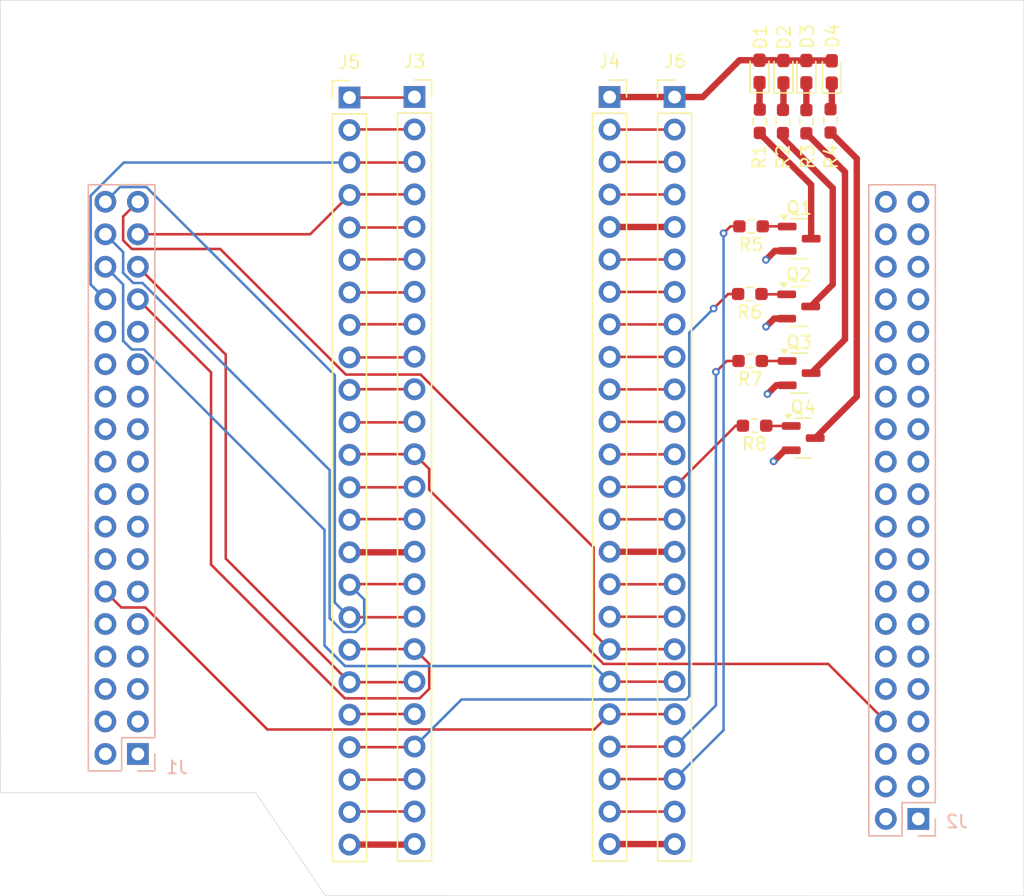
<source format=kicad_pcb>
(kicad_pcb (version 20240108) (generator "pcbnew") (generator_version "8.0")
  (title_block (title "SAMD21 CNANO to Sequans NEKTAR adapter board") (date "2024-07-24"))
  (layers (0 "F.Cu" signal) (1 "In1.Cu" signal) (2 "In2.Cu" signal) (31 "B.Cu" signal) (34 "B.Paste" user) (35 "F.Paste" user) (36 "B.SilkS" user "B.Silkscreen") (37 "F.SilkS" user "F.Silkscreen") (38 "B.Mask" user) (39 "F.Mask" user) (44 "Edge.Cuts" user))
  (net 0 "")
  (net 1 "Net-(D1-K)")
  (net 2 "+5V")
  (net 3 "Net-(D2-K)")
  (net 4 "Net-(D3-K)")
  (net 5 "Net-(D4-K)")
  (net 7 "/RX0")
  (net 9 "/TX1")
  (net 12 "/TX0")
  (net 15 "/RTS0")
  (net 16 "/RING0")
  (net 18 "GND")
  (net 26 "/RTS1")
  (net 34 "/CTS1")
  (net 35 "/RX1")
  (net 37 "/CTS0")
  (net 39 "/5G_RESET_N")
  (net 44 "+3.3V")
  (net 71 "Net-(J3-Pin_5)")
  (net 72 "Net-(J3-Pin_8)")
  (net 73 "Net-(J3-Pin_14)")
  (net 74 "Net-(J3-Pin_23)")
  (net 75 "/LED1")
  (net 76 "Net-(J3-Pin_9)")
  (net 77 "Net-(J3-Pin_10)")
  (net 78 "Net-(J3-Pin_11)")
  (net 79 "Net-(J3-Pin_1)")
  (net 80 "Net-(J3-Pin_2)")
  (net 81 "Net-(J3-Pin_20)")
  (net 82 "Net-(J3-Pin_13)")
  (net 83 "Net-(J3-Pin_22)")
  (net 84 "Net-(J3-Pin_7)")
  (net 85 "Net-(J3-Pin_6)")
  (net 86 "Net-(J4-Pin_3)")
  (net 87 "/CRYPTO_I2C_SCL")
  (net 88 "Net-(J4-Pin_14)")
  (net 89 "Net-(J4-Pin_23)")
  (net 90 "Net-(J4-Pin_17)")
  (net 91 "+1.8V_MCU")
  (net 92 "Net-(J4-Pin_16)")
  (net 93 "Net-(J4-Pin_4)")
  (net 94 "/DEBUG_RX")
  (net 95 "Net-(J4-Pin_8)")
  (net 96 "/LED2")
  (net 97 "Net-(J4-Pin_2)")
  (net 98 "/CRYPTO_I2C_SDA")
  (net 99 "/LED3")
  (net 100 "Net-(J4-Pin_7)")
  (net 101 "/DEBUG_TX")
  (net 102 "/LED0")
  (net 103 "Net-(Q1-C)")
  (net 104 "Net-(Q1-B)")
  (net 105 "Net-(Q2-C)")
  (net 106 "Net-(Q2-B)")
  (net 107 "Net-(Q3-C)")
  (net 108 "Net-(Q3-B)")
  (net 109 "Net-(Q4-C)")
  (net 110 "Net-(Q4-B)")
  (footprint "Resistor_SMD:R_0603_1608Metric_Pad0.98x0.95mm_HandSolder" (layer "F.Cu") (at 133.95 83.26 180)
    (property "Reference" "R8" (at 0 -1.43 360) (layer "F.SilkS"))
    (property "Value" "100" (hide yes))
    (pad "1" smd roundrect (at -0.9125 0 180) (size 0.975 0.95) (layers "F.Cu" "F.Paste" "F.Mask") (net 110 "Net-(Q4-B)"))
    (pad "2" smd roundrect (at 0.9125 0 180) (size 0.975 0.95) (layers "F.Cu" "F.Paste" "F.Mask") (net 99 "/LED3"))
  )
  (footprint "LED_SMD:LED_0603_1608Metric_Pad1.05x0.95mm_HandSolder" (layer "F.Cu") (at 139.99 55.5975 90)
    (property "Reference" "D4" (at 2.805 0.06 90) (layer "F.SilkS"))
    (property "Value" "LED" (hide yes))
    (pad "1" smd roundrect (at -0.875 0 90) (size 1.05 0.95) (layers "F.Cu" "F.Paste" "F.Mask") (net 5 "Net-(D4-K)"))
    (pad "2" smd roundrect (at 0.875 0 90) (size 1.05 0.95) (layers "F.Cu" "F.Paste" "F.Mask") (net 2 "+5V"))
  )
  (footprint "LED_SMD:LED_0603_1608Metric_Pad1.05x0.95mm_HandSolder" (layer "F.Cu") (at 136.21 55.575 90)
    (property "Reference" "D2" (at 2.69 0.06 90) (layer "F.SilkS"))
    (property "Value" "LED" (hide yes))
    (pad "1" smd roundrect (at -0.875 0 90) (size 1.05 0.95) (layers "F.Cu" "F.Paste" "F.Mask") (net 3 "Net-(D2-K)"))
    (pad "2" smd roundrect (at 0.875 0 90) (size 1.05 0.95) (layers "F.Cu" "F.Paste" "F.Mask") (net 2 "+5V"))
  )
  (footprint "Package_TO_SOT_SMD:SOT-23" (layer "F.Cu") (at 137.3975 73.9375)
    (property "Reference" "Q2" (at 0 -2.48 0) (layer "F.SilkS"))
    (property "Value" "MMBT3904" (hide yes))
    (pad "1" smd roundrect (at -0.9375 -0.95) (size 1.475 0.6) (layers "F.Cu" "F.Paste" "F.Mask") (net 106 "Net-(Q2-B)"))
    (pad "2" smd roundrect (at -0.9375 0.95) (size 1.475 0.6) (layers "F.Cu" "F.Paste" "F.Mask") (net 18 "GND"))
    (pad "3" smd roundrect (at 0.9375 0) (size 1.475 0.6) (layers "F.Cu" "F.Paste" "F.Mask") (net 105 "Net-(Q2-C)"))
  )
  (footprint "Package_TO_SOT_SMD:SOT-23" (layer "F.Cu") (at 137.4375 68.6375)
    (property "Reference" "Q1" (at 0 -2.4 360) (layer "F.SilkS"))
    (property "Value" "MMBT3904" (hide yes))
    (pad "1" smd roundrect (at -0.9375 -0.95) (size 1.475 0.6) (layers "F.Cu" "F.Paste" "F.Mask") (net 104 "Net-(Q1-B)"))
    (pad "2" smd roundrect (at -0.9375 0.95) (size 1.475 0.6) (layers "F.Cu" "F.Paste" "F.Mask") (net 18 "GND"))
    (pad "3" smd roundrect (at 0.9375 0) (size 1.475 0.6) (layers "F.Cu" "F.Paste" "F.Mask") (net 103 "Net-(Q1-C)"))
  )
  (footprint "Resistor_SMD:R_0603_1608Metric_Pad0.98x0.95mm_HandSolder" (layer "F.Cu") (at 134.36 59.45 90)
    (property "Reference" "R1" (at -2.7925 -0.03 90) (layer "F.SilkS"))
    (property "Value" "1k" (hide yes))
    (pad "1" smd roundrect (at -0.9125 0 90) (size 0.975 0.95) (layers "F.Cu" "F.Paste" "F.Mask") (net 103 "Net-(Q1-C)"))
    (pad "2" smd roundrect (at 0.9125 0 90) (size 0.975 0.95) (layers "F.Cu" "F.Paste" "F.Mask") (net 1 "Net-(D1-K)"))
  )
  (footprint "Resistor_SMD:R_0603_1608Metric_Pad0.98x0.95mm_HandSolder" (layer "F.Cu") (at 138 59.485 90)
    (property "Reference" "R3" (at -2.7375 0.12 90) (layer "F.SilkS"))
    (property "Value" "1k" (hide yes))
    (pad "1" smd roundrect (at -0.9125 0 90) (size 0.975 0.95) (layers "F.Cu" "F.Paste" "F.Mask") (net 107 "Net-(Q3-C)"))
    (pad "2" smd roundrect (at 0.9125 0 90) (size 0.975 0.95) (layers "F.Cu" "F.Paste" "F.Mask") (net 4 "Net-(D3-K)"))
  )
  (footprint "Resistor_SMD:R_0603_1608Metric_Pad0.98x0.95mm_HandSolder" (layer "F.Cu") (at 133.61 78.2 180)
    (property "Reference" "R7" (at 0 -1.43 360) (layer "F.SilkS"))
    (property "Value" "100" (hide yes))
    (pad "1" smd roundrect (at -0.9125 0 180) (size 0.975 0.95) (layers "F.Cu" "F.Paste" "F.Mask") (net 108 "Net-(Q3-B)"))
    (pad "2" smd roundrect (at 0.9125 0 180) (size 0.975 0.95) (layers "F.Cu" "F.Paste" "F.Mask") (net 96 "/LED2"))
  )
  (footprint "Resistor_SMD:R_0603_1608Metric_Pad0.98x0.95mm_HandSolder" (layer "F.Cu") (at 133.5775 72.96 180)
    (property "Reference" "R6" (at 0 -1.43 360) (layer "F.SilkS"))
    (property "Value" "100" (hide yes))
    (pad "1" smd roundrect (at -0.9125 0 180) (size 0.975 0.95) (layers "F.Cu" "F.Paste" "F.Mask") (net 106 "Net-(Q2-B)"))
    (pad "2" smd roundrect (at 0.9125 0 180) (size 0.975 0.95) (layers "F.Cu" "F.Paste" "F.Mask") (net 75 "/LED1"))
  )
  (footprint "Connector_PinHeader_2.54mm:PinHeader_1x24_P2.54mm_Vertical" (layer "F.Cu") (at 127.7 57.56)
    (property "Reference" "J6" (at 0.04 -2.8 0) (layer "F.SilkS"))
    (property "Value" "Conn_01x24" (hide yes))
    (pad "1" thru_hole rect (at 0 0) (size 1.7 1.7) (drill 1) (layers "*.Cu" "*.Mask") (net 2 "+5V"))
    (pad "2" thru_hole oval (at 0 2.54) (size 1.7 1.7) (drill 1) (layers "*.Cu" "*.Mask") (net 97 "Net-(J4-Pin_2)"))
    (pad "3" thru_hole oval (at 0 5.08) (size 1.7 1.7) (drill 1) (layers "*.Cu" "*.Mask") (net 86 "Net-(J4-Pin_3)"))
    (pad "4" thru_hole oval (at 0 7.62) (size 1.7 1.7) (drill 1) (layers "*.Cu" "*.Mask") (net 93 "Net-(J4-Pin_4)"))
    (pad "5" thru_hole oval (at 0 10.16) (size 1.7 1.7) (drill 1) (layers "*.Cu" "*.Mask") (net 18 "GND"))
    (pad "6" thru_hole oval (at 0 12.7) (size 1.7 1.7) (drill 1) (layers "*.Cu" "*.Mask") (net 91 "+1.8V_MCU"))
    (pad "7" thru_hole oval (at 0 15.24) (size 1.7 1.7) (drill 1) (layers "*.Cu" "*.Mask") (net 100 "Net-(J4-Pin_7)"))
    (pad "8" thru_hole oval (at 0 17.78) (size 1.7 1.7) (drill 1) (layers "*.Cu" "*.Mask") (net 95 "Net-(J4-Pin_8)"))
    (pad "9" thru_hole oval (at 0 20.32) (size 1.7 1.7) (drill 1) (layers "*.Cu" "*.Mask") (net 87 "/CRYPTO_I2C_SCL"))
    (pad "10" thru_hole oval (at 0 22.86) (size 1.7 1.7) (drill 1) (layers "*.Cu" "*.Mask") (net 98 "/CRYPTO_I2C_SDA"))
    (pad "11" thru_hole oval (at 0 25.4) (size 1.7 1.7) (drill 1) (layers "*.Cu" "*.Mask") (net 94 "/DEBUG_RX"))
    (pad "12" thru_hole oval (at 0 27.94) (size 1.7 1.7) (drill 1) (layers "*.Cu" "*.Mask") (net 101 "/DEBUG_TX"))
    (pad "13" thru_hole oval (at 0 30.48) (size 1.7 1.7) (drill 1) (layers "*.Cu" "*.Mask") (net 99 "/LED3"))
    (pad "14" thru_hole oval (at 0 33.02) (size 1.7 1.7) (drill 1) (layers "*.Cu" "*.Mask") (net 88 "Net-(J4-Pin_14)"))
    (pad "15" thru_hole oval (at 0 35.56) (size 1.7 1.7) (drill 1) (layers "*.Cu" "*.Mask") (net 18 "GND"))
    (pad "16" thru_hole oval (at 0 38.1) (size 1.7 1.7) (drill 1) (layers "*.Cu" "*.Mask") (net 92 "Net-(J4-Pin_16)"))
    (pad "17" thru_hole oval (at 0 40.64) (size 1.7 1.7) (drill 1) (layers "*.Cu" "*.Mask") (net 90 "Net-(J4-Pin_17)"))
    (pad "18" thru_hole oval (at 0 43.18) (size 1.7 1.7) (drill 1) (layers "*.Cu" "*.Mask") (net 37 "/CTS0"))
    (pad "19" thru_hole oval (at 0 45.72) (size 1.7 1.7) (drill 1) (layers "*.Cu" "*.Mask") (net 35 "/RX1"))
    (pad "20" thru_hole oval (at 0 48.26) (size 1.7 1.7) (drill 1) (layers "*.Cu" "*.Mask") (net 16 "/RING0"))
    (pad "21" thru_hole oval (at 0 50.8) (size 1.7 1.7) (drill 1) (layers "*.Cu" "*.Mask") (net 96 "/LED2"))
    (pad "22" thru_hole oval (at 0 53.34) (size 1.7 1.7) (drill 1) (layers "*.Cu" "*.Mask") (net 102 "/LED0"))
    (pad "23" thru_hole oval (at 0 55.88) (size 1.7 1.7) (drill 1) (layers "*.Cu" "*.Mask") (net 89 "Net-(J4-Pin_23)"))
    (pad "24" thru_hole oval (at 0 58.42) (size 1.7 1.7) (drill 1) (layers "*.Cu" "*.Mask") (net 18 "GND"))
  )
  (footprint "Connector_PinHeader_2.54mm:PinHeader_1x24_P2.54mm_Vertical" (layer "F.Cu") (at 102.29 57.6)
    (property "Reference" "J5" (at 0 -2.76 0) (layer "F.SilkS"))
    (property "Value" "Conn_01x24" (hide yes))
    (pad "1" thru_hole rect (at 0 0) (size 1.7 1.7) (drill 1) (layers "*.Cu" "*.Mask") (net 79 "Net-(J3-Pin_1)"))
    (pad "2" thru_hole oval (at 0 2.54) (size 1.7 1.7) (drill 1) (layers "*.Cu" "*.Mask") (net 80 "Net-(J3-Pin_2)"))
    (pad "3" thru_hole oval (at 0 5.08) (size 1.7 1.7) (drill 1) (layers "*.Cu" "*.Mask") (net 9 "/TX1"))
    (pad "4" thru_hole oval (at 0 7.62) (size 1.7 1.7) (drill 1) (layers "*.Cu" "*.Mask") (net 15 "/RTS0"))
    (pad "5" thru_hole oval (at 0 10.16) (size 1.7 1.7) (drill 1) (layers "*.Cu" "*.Mask") (net 71 "Net-(J3-Pin_5)"))
    (pad "6" thru_hole oval (at 0 12.7) (size 1.7 1.7) (drill 1) (layers "*.Cu" "*.Mask") (net 85 "Net-(J3-Pin_6)"))
    (pad "7" thru_hole oval (at 0 15.24) (size 1.7 1.7) (drill 1) (layers "*.Cu" "*.Mask") (net 84 "Net-(J3-Pin_7)"))
    (pad "8" thru_hole oval (at 0 17.78) (size 1.7 1.7) (drill 1) (layers "*.Cu" "*.Mask") (net 72 "Net-(J3-Pin_8)"))
    (pad "9" thru_hole oval (at 0 20.32) (size 1.7 1.7) (drill 1) (layers "*.Cu" "*.Mask") (net 76 "Net-(J3-Pin_9)"))
    (pad "10" thru_hole oval (at 0 22.86) (size 1.7 1.7) (drill 1) (layers "*.Cu" "*.Mask") (net 77 "Net-(J3-Pin_10)"))
    (pad "11" thru_hole oval (at 0 25.4) (size 1.7 1.7) (drill 1) (layers "*.Cu" "*.Mask") (net 78 "Net-(J3-Pin_11)"))
    (pad "12" thru_hole oval (at 0 27.94) (size 1.7 1.7) (drill 1) (layers "*.Cu" "*.Mask") (net 39 "/5G_RESET_N"))
    (pad "13" thru_hole oval (at 0 30.48) (size 1.7 1.7) (drill 1) (layers "*.Cu" "*.Mask") (net 82 "Net-(J3-Pin_13)"))
    (pad "14" thru_hole oval (at 0 33.02) (size 1.7 1.7) (drill 1) (layers "*.Cu" "*.Mask") (net 73 "Net-(J3-Pin_14)"))
    (pad "15" thru_hole oval (at 0 35.56) (size 1.7 1.7) (drill 1) (layers "*.Cu" "*.Mask") (net 18 "GND"))
    (pad "16" thru_hole oval (at 0 38.1) (size 1.7 1.7) (drill 1) (layers "*.Cu" "*.Mask") (net 26 "/RTS1"))
    (pad "17" thru_hole oval (at 0 40.64) (size 1.7 1.7) (drill 1) (layers "*.Cu" "*.Mask") (net 34 "/CTS1"))
    (pad "18" thru_hole oval (at 0 43.18) (size 1.7 1.7) (drill 1) (layers "*.Cu" "*.Mask") (net 12 "/TX0"))
    (pad "19" thru_hole oval (at 0 45.72) (size 1.7 1.7) (drill 1) (layers "*.Cu" "*.Mask") (net 7 "/RX0"))
    (pad "20" thru_hole oval (at 0 48.26) (size 1.7 1.7) (drill 1) (layers "*.Cu" "*.Mask") (net 81 "Net-(J3-Pin_20)"))
    (pad "21" thru_hole oval (at 0 50.8) (size 1.7 1.7) (drill 1) (layers "*.Cu" "*.Mask") (net 75 "/LED1"))
    (pad "22" thru_hole oval (at 0 53.34) (size 1.7 1.7) (drill 1) (layers "*.Cu" "*.Mask") (net 83 "Net-(J3-Pin_22)"))
    (pad "23" thru_hole oval (at 0 55.88) (size 1.7 1.7) (drill 1) (layers "*.Cu" "*.Mask") (net 74 "Net-(J3-Pin_23)"))
    (pad "24" thru_hole oval (at 0 58.42) (size 1.7 1.7) (drill 1) (layers "*.Cu" "*.Mask") (net 18 "GND"))
  )
  (footprint "LED_SMD:LED_0603_1608Metric_Pad1.05x0.95mm_HandSolder" (layer "F.Cu") (at 138 55.575 90)
    (property "Reference" "D3" (at 2.7625 0.08 90) (layer "F.SilkS"))
    (property "Value" "LED" (hide yes))
    (pad "1" smd roundrect (at -0.875 0 90) (size 1.05 0.95) (layers "F.Cu" "F.Paste" "F.Mask") (net 4 "Net-(D3-K)"))
    (pad "2" smd roundrect (at 0.875 0 90) (size 1.05 0.95) (layers "F.Cu" "F.Paste" "F.Mask") (net 2 "+5V"))
  )
  (footprint "Connector_PinSocket_2.54mm:PinSocket_1x24_P2.54mm_Vertical" (layer "F.Cu") (at 107.37 57.55)
    (property "Reference" "J3" (at 0 -2.77 0) (layer "F.SilkS"))
    (property "Value" "Conn_01x24" (hide yes))
    (pad "1" thru_hole rect (at 0 0) (size 1.7 1.7) (drill 1) (layers "*.Cu" "*.Mask") (net 79 "Net-(J3-Pin_1)"))
    (pad "2" thru_hole oval (at 0 2.54) (size 1.7 1.7) (drill 1) (layers "*.Cu" "*.Mask") (net 80 "Net-(J3-Pin_2)"))
    (pad "3" thru_hole oval (at 0 5.08) (size 1.7 1.7) (drill 1) (layers "*.Cu" "*.Mask") (net 9 "/TX1"))
    (pad "4" thru_hole oval (at 0 7.62) (size 1.7 1.7) (drill 1) (layers "*.Cu" "*.Mask") (net 15 "/RTS0"))
    (pad "5" thru_hole oval (at 0 10.16) (size 1.7 1.7) (drill 1) (layers "*.Cu" "*.Mask") (net 71 "Net-(J3-Pin_5)"))
    (pad "6" thru_hole oval (at 0 12.7) (size 1.7 1.7) (drill 1) (layers "*.Cu" "*.Mask") (net 85 "Net-(J3-Pin_6)"))
    (pad "7" thru_hole oval (at 0 15.24) (size 1.7 1.7) (drill 1) (layers "*.Cu" "*.Mask") (net 84 "Net-(J3-Pin_7)"))
    (pad "8" thru_hole oval (at 0 17.78) (size 1.7 1.7) (drill 1) (layers "*.Cu" "*.Mask") (net 72 "Net-(J3-Pin_8)"))
    (pad "9" thru_hole oval (at 0 20.32) (size 1.7 1.7) (drill 1) (layers "*.Cu" "*.Mask") (net 76 "Net-(J3-Pin_9)"))
    (pad "10" thru_hole oval (at 0 22.86) (size 1.7 1.7) (drill 1) (layers "*.Cu" "*.Mask") (net 77 "Net-(J3-Pin_10)"))
    (pad "11" thru_hole oval (at 0 25.4) (size 1.7 1.7) (drill 1) (layers "*.Cu" "*.Mask") (net 78 "Net-(J3-Pin_11)"))
    (pad "12" thru_hole oval (at 0 27.94) (size 1.7 1.7) (drill 1) (layers "*.Cu" "*.Mask") (net 39 "/5G_RESET_N"))
    (pad "13" thru_hole oval (at 0 30.48) (size 1.7 1.7) (drill 1) (layers "*.Cu" "*.Mask") (net 82 "Net-(J3-Pin_13)"))
    (pad "14" thru_hole oval (at 0 33.02) (size 1.7 1.7) (drill 1) (layers "*.Cu" "*.Mask") (net 73 "Net-(J3-Pin_14)"))
    (pad "15" thru_hole oval (at 0 35.56) (size 1.7 1.7) (drill 1) (layers "*.Cu" "*.Mask") (net 18 "GND"))
    (pad "16" thru_hole oval (at 0 38.1) (size 1.7 1.7) (drill 1) (layers "*.Cu" "*.Mask") (net 26 "/RTS1"))
    (pad "17" thru_hole oval (at 0 40.64) (size 1.7 1.7) (drill 1) (layers "*.Cu" "*.Mask") (net 34 "/CTS1"))
    (pad "18" thru_hole oval (at 0 43.18) (size 1.7 1.7) (drill 1) (layers "*.Cu" "*.Mask") (net 12 "/TX0"))
    (pad "19" thru_hole oval (at 0 45.72) (size 1.7 1.7) (drill 1) (layers "*.Cu" "*.Mask") (net 7 "/RX0"))
    (pad "20" thru_hole oval (at 0 48.26) (size 1.7 1.7) (drill 1) (layers "*.Cu" "*.Mask") (net 81 "Net-(J3-Pin_20)"))
    (pad "21" thru_hole oval (at 0 50.8) (size 1.7 1.7) (drill 1) (layers "*.Cu" "*.Mask") (net 75 "/LED1"))
    (pad "22" thru_hole oval (at 0 53.34) (size 1.7 1.7) (drill 1) (layers "*.Cu" "*.Mask") (net 83 "Net-(J3-Pin_22)"))
    (pad "23" thru_hole oval (at 0 55.88) (size 1.7 1.7) (drill 1) (layers "*.Cu" "*.Mask") (net 74 "Net-(J3-Pin_23)"))
    (pad "24" thru_hole oval (at 0 58.42) (size 1.7 1.7) (drill 1) (layers "*.Cu" "*.Mask") (net 18 "GND"))
  )
  (footprint "Resistor_SMD:R_0603_1608Metric_Pad0.98x0.95mm_HandSolder" (layer "F.Cu") (at 136.17 59.47 90)
    (property "Reference" "R2" (at -2.7725 0.01 90) (layer "F.SilkS"))
    (property "Value" "1k" (hide yes))
    (pad "1" smd roundrect (at -0.9125 0 90) (size 0.975 0.95) (layers "F.Cu" "F.Paste" "F.Mask") (net 105 "Net-(Q2-C)"))
    (pad "2" smd roundrect (at 0.9125 0 90) (size 0.975 0.95) (layers "F.Cu" "F.Paste" "F.Mask") (net 3 "Net-(D2-K)"))
  )
  (footprint "Package_TO_SOT_SMD:SOT-23" (layer "F.Cu") (at 137.4375 79.15)
    (property "Reference" "Q3" (at 0 -2.4 0) (layer "F.SilkS"))
    (property "Value" "MMBT3904" (hide yes))
    (pad "1" smd roundrect (at -0.9375 -0.95) (size 1.475 0.6) (layers "F.Cu" "F.Paste" "F.Mask") (net 108 "Net-(Q3-B)"))
    (pad "2" smd roundrect (at -0.9375 0.95) (size 1.475 0.6) (layers "F.Cu" "F.Paste" "F.Mask") (net 18 "GND"))
    (pad "3" smd roundrect (at 0.9375 0) (size 1.475 0.6) (layers "F.Cu" "F.Paste" "F.Mask") (net 107 "Net-(Q3-C)"))
  )
  (footprint "Resistor_SMD:R_0603_1608Metric_Pad0.98x0.95mm_HandSolder" (layer "F.Cu") (at 133.6775 67.67 180)
    (property "Reference" "R5" (at 0 -1.43 360) (layer "F.SilkS"))
    (property "Value" "100" (hide yes))
    (pad "1" smd roundrect (at -0.9125 0 180) (size 0.975 0.95) (layers "F.Cu" "F.Paste" "F.Mask") (net 104 "Net-(Q1-B)"))
    (pad "2" smd roundrect (at 0.9125 0 180) (size 0.975 0.95) (layers "F.Cu" "F.Paste" "F.Mask") (net 102 "/LED0"))
  )
  (footprint "Connector_PinSocket_2.54mm:PinSocket_1x24_P2.54mm_Vertical" (layer "F.Cu") (at 122.62 57.56)
    (property "Reference" "J4" (at 0 -2.77 0) (layer "F.SilkS"))
    (property "Value" "Conn_01x24" (hide yes))
    (pad "1" thru_hole rect (at 0 0) (size 1.7 1.7) (drill 1) (layers "*.Cu" "*.Mask") (net 2 "+5V"))
    (pad "2" thru_hole oval (at 0 2.54) (size 1.7 1.7) (drill 1) (layers "*.Cu" "*.Mask") (net 97 "Net-(J4-Pin_2)"))
    (pad "3" thru_hole oval (at 0 5.08) (size 1.7 1.7) (drill 1) (layers "*.Cu" "*.Mask") (net 86 "Net-(J4-Pin_3)"))
    (pad "4" thru_hole oval (at 0 7.62) (size 1.7 1.7) (drill 1) (layers "*.Cu" "*.Mask") (net 93 "Net-(J4-Pin_4)"))
    (pad "5" thru_hole oval (at 0 10.16) (size 1.7 1.7) (drill 1) (layers "*.Cu" "*.Mask") (net 18 "GND"))
    (pad "6" thru_hole oval (at 0 12.7) (size 1.7 1.7) (drill 1) (layers "*.Cu" "*.Mask") (net 91 "+1.8V_MCU"))
    (pad "7" thru_hole oval (at 0 15.24) (size 1.7 1.7) (drill 1) (layers "*.Cu" "*.Mask") (net 100 "Net-(J4-Pin_7)"))
    (pad "8" thru_hole oval (at 0 17.78) (size 1.7 1.7) (drill 1) (layers "*.Cu" "*.Mask") (net 95 "Net-(J4-Pin_8)"))
    (pad "9" thru_hole oval (at 0 20.32) (size 1.7 1.7) (drill 1) (layers "*.Cu" "*.Mask") (net 87 "/CRYPTO_I2C_SCL"))
    (pad "10" thru_hole oval (at 0 22.86) (size 1.7 1.7) (drill 1) (layers "*.Cu" "*.Mask") (net 98 "/CRYPTO_I2C_SDA"))
    (pad "11" thru_hole oval (at 0 25.4) (size 1.7 1.7) (drill 1) (layers "*.Cu" "*.Mask") (net 94 "/DEBUG_RX"))
    (pad "12" thru_hole oval (at 0 27.94) (size 1.7 1.7) (drill 1) (layers "*.Cu" "*.Mask") (net 101 "/DEBUG_TX"))
    (pad "13" thru_hole oval (at 0 30.48) (size 1.7 1.7) (drill 1) (layers "*.Cu" "*.Mask") (net 99 "/LED3"))
    (pad "14" thru_hole oval (at 0 33.02) (size 1.7 1.7) (drill 1) (layers "*.Cu" "*.Mask") (net 88 "Net-(J4-Pin_14)"))
    (pad "15" thru_hole oval (at 0 35.56) (size 1.7 1.7) (drill 1) (layers "*.Cu" "*.Mask") (net 18 "GND"))
    (pad "16" thru_hole oval (at 0 38.1) (size 1.7 1.7) (drill 1) (layers "*.Cu" "*.Mask") (net 92 "Net-(J4-Pin_16)"))
    (pad "17" thru_hole oval (at 0 40.64) (size 1.7 1.7) (drill 1) (layers "*.Cu" "*.Mask") (net 90 "Net-(J4-Pin_17)"))
    (pad "18" thru_hole oval (at 0 43.18) (size 1.7 1.7) (drill 1) (layers "*.Cu" "*.Mask") (net 37 "/CTS0"))
    (pad "19" thru_hole oval (at 0 45.72) (size 1.7 1.7) (drill 1) (layers "*.Cu" "*.Mask") (net 35 "/RX1"))
    (pad "20" thru_hole oval (at 0 48.26) (size 1.7 1.7) (drill 1) (layers "*.Cu" "*.Mask") (net 16 "/RING0"))
    (pad "21" thru_hole oval (at 0 50.8) (size 1.7 1.7) (drill 1) (layers "*.Cu" "*.Mask") (net 96 "/LED2"))
    (pad "22" thru_hole oval (at 0 53.34) (size 1.7 1.7) (drill 1) (layers "*.Cu" "*.Mask") (net 102 "/LED0"))
    (pad "23" thru_hole oval (at 0 55.88) (size 1.7 1.7) (drill 1) (layers "*.Cu" "*.Mask") (net 89 "Net-(J4-Pin_23)"))
    (pad "24" thru_hole oval (at 0 58.42) (size 1.7 1.7) (drill 1) (layers "*.Cu" "*.Mask") (net 18 "GND"))
  )
  (footprint "Package_TO_SOT_SMD:SOT-23" (layer "F.Cu") (at 137.755 84.23)
    (property "Reference" "Q4" (at 0 -2.4 0) (layer "F.SilkS"))
    (property "Value" "MMBT3904" (hide yes))
    (pad "1" smd roundrect (at -0.9375 -0.95) (size 1.475 0.6) (layers "F.Cu" "F.Paste" "F.Mask") (net 110 "Net-(Q4-B)"))
    (pad "2" smd roundrect (at -0.9375 0.95) (size 1.475 0.6) (layers "F.Cu" "F.Paste" "F.Mask") (net 18 "GND"))
    (pad "3" smd roundrect (at 0.9375 0) (size 1.475 0.6) (layers "F.Cu" "F.Paste" "F.Mask") (net 109 "Net-(Q4-C)"))
  )
  (footprint "LED_SMD:LED_0603_1608Metric_Pad1.05x0.95mm_HandSolder" (layer "F.Cu") (at 134.34 55.555 90)
    (property "Reference" "D1" (at 2.6825 0.07 90) (layer "F.SilkS"))
    (property "Value" "LED" (hide yes))
    (pad "1" smd roundrect (at -0.875 0 90) (size 1.05 0.95) (layers "F.Cu" "F.Paste" "F.Mask") (net 1 "Net-(D1-K)"))
    (pad "2" smd roundrect (at 0.875 0 90) (size 1.05 0.95) (layers "F.Cu" "F.Paste" "F.Mask") (net 2 "+5V"))
  )
  (footprint "Resistor_SMD:R_0603_1608Metric_Pad0.98x0.95mm_HandSolder" (layer "F.Cu") (at 139.89 59.42 90)
    (property "Reference" "R4" (at -2.8025 0.05 90) (layer "F.SilkS"))
    (property "Value" "1k" (hide yes))
    (pad "1" smd roundrect (at -0.9125 0 90) (size 0.975 0.95) (layers "F.Cu" "F.Paste" "F.Mask") (net 109 "Net-(Q4-C)"))
    (pad "2" smd roundrect (at 0.9125 0 90) (size 0.975 0.95) (layers "F.Cu" "F.Paste" "F.Mask") (net 5 "Net-(D4-K)"))
  )
  (footprint "Connector_PinSocket_2.54mm:PinSocket_2x18_P2.54mm_Vertical" (layer "B.Cu") (at 85.75 108.93)
    (property "Reference" "J1" (at 3.05 1.06 0) (layer "B.SilkS") (effects (justify mirror)))
    (property "Value" "Conn_02x18_Odd_Even" (hide yes))
    (pad "1" thru_hole rect (at 0 0) (size 1.7 1.7) (drill 1) (layers "*.Cu" "*.Mask"))
    (pad "2" thru_hole oval (at -2.54 0) (size 1.7 1.7) (drill 1) (layers "*.Cu" "*.Mask") (net 18 "GND"))
    (pad "3" thru_hole oval (at 0 -2.54) (size 1.7 1.7) (drill 1) (layers "*.Cu" "*.Mask"))
    (pad "4" thru_hole oval (at -2.54 -2.54) (size 1.7 1.7) (drill 1) (layers "*.Cu" "*.Mask"))
    (pad "5" thru_hole oval (at 0 -5.08) (size 1.7 1.7) (drill 1) (layers "*.Cu" "*.Mask") (net 18 "GND"))
    (pad "6" thru_hole oval (at -2.54 -5.08) (size 1.7 1.7) (drill 1) (layers "*.Cu" "*.Mask"))
    (pad "7" thru_hole oval (at 0 -7.62) (size 1.7 1.7) (drill 1) (layers "*.Cu" "*.Mask"))
    (pad "8" thru_hole oval (at -2.54 -7.62) (size 1.7 1.7) (drill 1) (layers "*.Cu" "*.Mask"))
    (pad "9" thru_hole oval (at 0 -10.16) (size 1.7 1.7) (drill 1) (layers "*.Cu" "*.Mask"))
    (pad "10" thru_hole oval (at -2.54 -10.16) (size 1.7 1.7) (drill 1) (layers "*.Cu" "*.Mask"))
    (pad "11" thru_hole oval (at 0 -12.7) (size 1.7 1.7) (drill 1) (layers "*.Cu" "*.Mask"))
    (pad "12" thru_hole oval (at -2.54 -12.7) (size 1.7 1.7) (drill 1) (layers "*.Cu" "*.Mask") (net 16 "/RING0"))
    (pad "13" thru_hole oval (at 0 -15.24) (size 1.7 1.7) (drill 1) (layers "*.Cu" "*.Mask"))
    (pad "14" thru_hole oval (at -2.54 -15.24) (size 1.7 1.7) (drill 1) (layers "*.Cu" "*.Mask"))
    (pad "15" thru_hole oval (at 0 -17.78) (size 1.7 1.7) (drill 1) (layers "*.Cu" "*.Mask"))
    (pad "16" thru_hole oval (at -2.54 -17.78) (size 1.7 1.7) (drill 1) (layers "*.Cu" "*.Mask"))
    (pad "17" thru_hole oval (at 0 -20.32) (size 1.7 1.7) (drill 1) (layers "*.Cu" "*.Mask"))
    (pad "18" thru_hole oval (at -2.54 -20.32) (size 1.7 1.7) (drill 1) (layers "*.Cu" "*.Mask"))
    (pad "19" thru_hole oval (at 0 -22.86) (size 1.7 1.7) (drill 1) (layers "*.Cu" "*.Mask"))
    (pad "20" thru_hole oval (at -2.54 -22.86) (size 1.7 1.7) (drill 1) (layers "*.Cu" "*.Mask"))
    (pad "21" thru_hole oval (at 0 -25.4) (size 1.7 1.7) (drill 1) (layers "*.Cu" "*.Mask"))
    (pad "22" thru_hole oval (at -2.54 -25.4) (size 1.7 1.7) (drill 1) (layers "*.Cu" "*.Mask"))
    (pad "23" thru_hole oval (at 0 -27.94) (size 1.7 1.7) (drill 1) (layers "*.Cu" "*.Mask"))
    (pad "24" thru_hole oval (at -2.54 -27.94) (size 1.7 1.7) (drill 1) (layers "*.Cu" "*.Mask"))
    (pad "25" thru_hole oval (at 0 -30.48) (size 1.7 1.7) (drill 1) (layers "*.Cu" "*.Mask"))
    (pad "26" thru_hole oval (at -2.54 -30.48) (size 1.7 1.7) (drill 1) (layers "*.Cu" "*.Mask"))
    (pad "27" thru_hole oval (at 0 -33.02) (size 1.7 1.7) (drill 1) (layers "*.Cu" "*.Mask") (net 18 "GND"))
    (pad "28" thru_hole oval (at -2.54 -33.02) (size 1.7 1.7) (drill 1) (layers "*.Cu" "*.Mask") (net 18 "GND"))
    (pad "29" thru_hole oval (at 0 -35.56) (size 1.7 1.7) (drill 1) (layers "*.Cu" "*.Mask") (net 12 "/TX0"))
    (pad "30" thru_hole oval (at -2.54 -35.56) (size 1.7 1.7) (drill 1) (layers "*.Cu" "*.Mask") (net 9 "/TX1"))
    (pad "31" thru_hole oval (at 0 -38.1) (size 1.7 1.7) (drill 1) (layers "*.Cu" "*.Mask") (net 7 "/RX0"))
    (pad "32" thru_hole oval (at -2.54 -38.1) (size 1.7 1.7) (drill 1) (layers "*.Cu" "*.Mask") (net 35 "/RX1"))
    (pad "33" thru_hole oval (at 0 -40.64) (size 1.7 1.7) (drill 1) (layers "*.Cu" "*.Mask") (net 15 "/RTS0"))
    (pad "34" thru_hole oval (at -2.54 -40.64) (size 1.7 1.7) (drill 1) (layers "*.Cu" "*.Mask") (net 26 "/RTS1"))
    (pad "35" thru_hole oval (at 0 -43.18) (size 1.7 1.7) (drill 1) (layers "*.Cu" "*.Mask") (net 37 "/CTS0"))
    (pad "36" thru_hole oval (at -2.54 -43.18) (size 1.7 1.7) (drill 1) (layers "*.Cu" "*.Mask") (net 34 "/CTS1"))
  )
  (footprint "Connector_PinSocket_2.54mm:PinSocket_2x20_P2.54mm_Vertical" (layer "B.Cu") (at 146.75 114.01)
    (property "Reference" "J2" (at 3.02 0.21 0) (layer "B.SilkS") (effects (justify mirror)))
    (property "Value" "Conn_02x20_Odd_Even" (hide yes))
    (pad "1" thru_hole rect (at 0 0) (size 1.7 1.7) (drill 1) (layers "*.Cu" "*.Mask") (net 18 "GND"))
    (pad "2" thru_hole oval (at -2.54 0) (size 1.7 1.7) (drill 1) (layers "*.Cu" "*.Mask"))
    (pad "3" thru_hole oval (at 0 -2.54) (size 1.7 1.7) (drill 1) (layers "*.Cu" "*.Mask") (net 18 "GND"))
    (pad "4" thru_hole oval (at -2.54 -2.54) (size 1.7 1.7) (drill 1) (layers "*.Cu" "*.Mask"))
    (pad "5" thru_hole oval (at 0 -5.08) (size 1.7 1.7) (drill 1) (layers "*.Cu" "*.Mask") (net 18 "GND"))
    (pad "6" thru_hole oval (at -2.54 -5.08) (size 1.7 1.7) (drill 1) (layers "*.Cu" "*.Mask"))
    (pad "7" thru_hole oval (at 0 -7.62) (size 1.7 1.7) (drill 1) (layers "*.Cu" "*.Mask") (net 18 "GND"))
    (pad "8" thru_hole oval (at -2.54 -7.62) (size 1.7 1.7) (drill 1) (layers "*.Cu" "*.Mask") (net 39 "/5G_RESET_N"))
    (pad "9" thru_hole oval (at 0 -10.16) (size 1.7 1.7) (drill 1) (layers "*.Cu" "*.Mask") (net 18 "GND"))
    (pad "10" thru_hole oval (at -2.54 -10.16) (size 1.7 1.7) (drill 1) (layers "*.Cu" "*.Mask"))
    (pad "11" thru_hole oval (at 0 -12.7) (size 1.7 1.7) (drill 1) (layers "*.Cu" "*.Mask") (net 18 "GND"))
    (pad "12" thru_hole oval (at -2.54 -12.7) (size 1.7 1.7) (drill 1) (layers "*.Cu" "*.Mask") (net 44 "+3.3V"))
    (pad "13" thru_hole oval (at 0 -15.24) (size 1.7 1.7) (drill 1) (layers "*.Cu" "*.Mask") (net 18 "GND"))
    (pad "14" thru_hole oval (at -2.54 -15.24) (size 1.7 1.7) (drill 1) (layers "*.Cu" "*.Mask"))
    (pad "15" thru_hole oval (at 0 -17.78) (size 1.7 1.7) (drill 1) (layers "*.Cu" "*.Mask"))
    (pad "16" thru_hole oval (at -2.54 -17.78) (size 1.7 1.7) (drill 1) (layers "*.Cu" "*.Mask"))
    (pad "17" thru_hole oval (at 0 -20.32) (size 1.7 1.7) (drill 1) (layers "*.Cu" "*.Mask"))
    (pad "18" thru_hole oval (at -2.54 -20.32) (size 1.7 1.7) (drill 1) (layers "*.Cu" "*.Mask"))
    (pad "19" thru_hole oval (at 0 -22.86) (size 1.7 1.7) (drill 1) (layers "*.Cu" "*.Mask"))
    (pad "20" thru_hole oval (at -2.54 -22.86) (size 1.7 1.7) (drill 1) (layers "*.Cu" "*.Mask"))
    (pad "21" thru_hole oval (at 0 -25.4) (size 1.7 1.7) (drill 1) (layers "*.Cu" "*.Mask"))
    (pad "22" thru_hole oval (at -2.54 -25.4) (size 1.7 1.7) (drill 1) (layers "*.Cu" "*.Mask"))
    (pad "23" thru_hole oval (at 0 -27.94) (size 1.7 1.7) (drill 1) (layers "*.Cu" "*.Mask"))
    (pad "24" thru_hole oval (at -2.54 -27.94) (size 1.7 1.7) (drill 1) (layers "*.Cu" "*.Mask"))
    (pad "25" thru_hole oval (at 0 -30.48) (size 1.7 1.7) (drill 1) (layers "*.Cu" "*.Mask"))
    (pad "26" thru_hole oval (at -2.54 -30.48) (size 1.7 1.7) (drill 1) (layers "*.Cu" "*.Mask"))
    (pad "27" thru_hole oval (at 0 -33.02) (size 1.7 1.7) (drill 1) (layers "*.Cu" "*.Mask"))
    (pad "28" thru_hole oval (at -2.54 -33.02) (size 1.7 1.7) (drill 1) (layers "*.Cu" "*.Mask"))
    (pad "29" thru_hole oval (at 0 -35.56) (size 1.7 1.7) (drill 1) (layers "*.Cu" "*.Mask"))
    (pad "30" thru_hole oval (at -2.54 -35.56) (size 1.7 1.7) (drill 1) (layers "*.Cu" "*.Mask"))
    (pad "31" thru_hole oval (at 0 -38.1) (size 1.7 1.7) (drill 1) (layers "*.Cu" "*.Mask") (net 18 "GND"))
    (pad "32" thru_hole oval (at -2.54 -38.1) (size 1.7 1.7) (drill 1) (layers "*.Cu" "*.Mask"))
    (pad "33" thru_hole oval (at 0 -40.64) (size 1.7 1.7) (drill 1) (layers "*.Cu" "*.Mask"))
    (pad "34" thru_hole oval (at -2.54 -40.64) (size 1.7 1.7) (drill 1) (layers "*.Cu" "*.Mask"))
    (pad "35" thru_hole oval (at 0 -43.18) (size 1.7 1.7) (drill 1) (layers "*.Cu" "*.Mask"))
    (pad "36" thru_hole oval (at -2.54 -43.18) (size 1.7 1.7) (drill 1) (layers "*.Cu" "*.Mask"))
    (pad "37" thru_hole oval (at 0 -45.72) (size 1.7 1.7) (drill 1) (layers "*.Cu" "*.Mask"))
    (pad "38" thru_hole oval (at -2.54 -45.72) (size 1.7 1.7) (drill 1) (layers "*.Cu" "*.Mask"))
    (pad "39" thru_hole oval (at 0 -48.26) (size 1.7 1.7) (drill 1) (layers "*.Cu" "*.Mask"))
    (pad "40" thru_hole oval (at -2.54 -48.26) (size 1.7 1.7) (drill 1) (layers "*.Cu" "*.Mask"))
  )
  (gr_line (start 155 120.02) (end 155 50) (stroke (width 0.05)) (layer "Edge.Cuts"))
  (gr_line (start 155 120.02) (end 100.41 120.01) (stroke (width 0.05)) (layer "Edge.Cuts"))
  (gr_line (start 75.01 111.97) (end 94.96 111.97) (stroke (width 0.05)) (layer "Edge.Cuts"))
  (gr_line (start 75 50) (end 155 50) (stroke (width 0.05)) (layer "Edge.Cuts"))
  (gr_line (start 75.01 111.97) (end 75 50) (stroke (width 0.05)) (layer "Edge.Cuts"))
  (gr_line (start 100.41 120.01) (end 94.96 111.97) (stroke (width 0.05)) (layer "Edge.Cuts"))
  (segment (start 134.34 56.43) (end 134.34 58.5175) (width 0.5) (layer "F.Cu") (net 1))
  (segment (start 134.34 58.5175) (end 134.36 58.5375) (width 0.2) (layer "F.Cu") (net 1))
  (segment (start 132.78 54.68) (end 134.34 54.68) (width 0.5) (layer "F.Cu") (net 2))
  (segment (start 138 54.7) (end 139.9675 54.7) (width 0.5) (layer "F.Cu") (net 2))
  (segment (start 134.34 54.68) (end 136.19 54.68) (width 0.5) (layer "F.Cu") (net 2))
  (segment (start 129.9 57.56) (end 132.78 54.68) (width 0.5) (layer "F.Cu") (net 2))
  (segment (start 139.9675 54.7) (end 139.99 54.7225) (width 0.5) (layer "F.Cu") (net 2))
  (segment (start 136.21 54.7) (end 138 54.7) (width 0.5) (layer "F.Cu") (net 2))
  (segment (start 122.62 57.7) (end 122.64 57.72) (width 0.2) (layer "F.Cu") (net 2))
  (segment (start 122.64 57.72) (end 122.8 57.56) (width 0.2) (layer "F.Cu") (net 2))
  (segment (start 136.19 54.68) (end 136.21 54.7) (width 0.5) (layer "F.Cu") (net 2))
  (segment (start 127.7 57.56) (end 129.9 57.56) (width 0.5) (layer "F.Cu") (net 2))
  (segment (start 122.8 57.56) (end 127.7 57.56) (width 0.5) (layer "F.Cu") (net 2))
  (segment (start 122.62 57.56) (end 122.62 57.7) (width 0.2) (layer "F.Cu") (net 2))
  (segment (start 136.21 58.5175) (end 136.17 58.5575) (width 0.2) (layer "F.Cu") (net 3))
  (segment (start 136.21 56.45) (end 136.21 58.5175) (width 0.5) (layer "F.Cu") (net 3))
  (segment (start 138 56.45) (end 138 58.5725) (width 0.5) (layer "F.Cu") (net 4))
  (segment (start 139.99 56.4725) (end 139.99 58.4075) (width 0.5) (layer "F.Cu") (net 5))
  (segment (start 139.99 58.4075) (end 139.89 58.5075) (width 0.2) (layer "F.Cu") (net 5))
  (segment (start 92.62 77.7) (end 92.62 93.65) (width 0.2) (layer "F.Cu") (net 7))
  (segment (start 92.62 93.65) (end 102.29 103.32) (width 0.2) (layer "F.Cu") (net 7))
  (segment (start 107.32 103.32) (end 107.37 103.27) (width 0.2) (layer "F.Cu") (net 7))
  (segment (start 85.75 70.83) (end 92.62 77.7) (width 0.2) (layer "F.Cu") (net 7))
  (segment (start 102.29 103.32) (end 107.32 103.32) (width 0.2) (layer "F.Cu") (net 7))
  (segment (start 102.29 62.68) (end 107.32 62.68) (width 0.2) (layer "F.Cu") (net 9))
  (segment (start 107.32 62.68) (end 107.37 62.63) (width 0.2) (layer "F.Cu") (net 9))
  (segment (start 84.653654 62.68) (end 102.29 62.68) (width 0.2) (layer "B.Cu") (net 9))
  (segment (start 83.21 73.37) (end 82.06 72.22) (width 0.2) (layer "B.Cu") (net 9))
  (segment (start 82.06 72.22) (end 82.06 65.273654) (width 0.2) (layer "B.Cu") (net 9))
  (segment (start 82.06 65.273654) (end 84.653654 62.68) (width 0.2) (layer "B.Cu") (net 9))
  (segment (start 107.78 104.58) (end 108.52 103.84) (width 0.2) (layer "F.Cu") (net 12))
  (segment (start 108.52 101.88) (end 107.37 100.73) (width 0.2) (layer "F.Cu") (net 12))
  (segment (start 107.37 100.73) (end 102.34 100.73) (width 0.2) (layer "F.Cu") (net 12))
  (segment (start 85.75 73.37) (end 91.47 79.09) (width 0.2) (layer "F.Cu") (net 12))
  (segment (start 91.47 94.126346) (end 101.923654 104.58) (width 0.2) (layer "F.Cu") (net 12))
  (segment (start 102.34 100.73) (end 102.29 100.78) (width 0.2) (layer "F.Cu") (net 12))
  (segment (start 91.47 79.09) (end 91.47 94.126346) (width 0.2) (layer "F.Cu") (net 12))
  (segment (start 108.52 103.84) (end 108.52 101.88) (width 0.2) (layer "F.Cu") (net 12))
  (segment (start 101.923654 104.58) (end 107.78 104.58) (width 0.2) (layer "F.Cu") (net 12))
  (segment (start 85.75 68.29) (end 99.22 68.29) (width 0.2) (layer "F.Cu") (net 15))
  (segment (start 99.22 68.29) (end 102.29 65.22) (width 0.2) (layer "F.Cu") (net 15))
  (segment (start 107.37 65.17) (end 102.34 65.17) (width 0.2) (layer "F.Cu") (net 15))
  (segment (start 102.34 65.17) (end 102.29 65.22) (width 0.2) (layer "F.Cu") (net 15))
  (segment (start 86.34 97.48) (end 95.88 107.02) (width 0.2) (layer "F.Cu") (net 16))
  (segment (start 95.88 107.02) (end 121.42 107.02) (width 0.2) (layer "F.Cu") (net 16))
  (segment (start 83.21 96.23) (end 84.46 97.48) (width 0.2) (layer "F.Cu") (net 16))
  (segment (start 121.42 107.02) (end 122.62 105.82) (width 0.2) (layer "F.Cu") (net 16))
  (segment (start 84.46 97.48) (end 86.34 97.48) (width 0.2) (layer "F.Cu") (net 16))
  (segment (start 122.62 105.82) (end 127.7 105.82) (width 0.2) (layer "F.Cu") (net 16))
  (segment (start 107.32 93.16) (end 107.37 93.11) (width 0.2) (layer "F.Cu") (net 18))
  (segment (start 136.8175 85.18) (end 136.8 85.18) (width 0.2) (layer "F.Cu") (net 18))
  (segment (start 135.65 80.1) (end 134.96 80.79) (width 0.5) (layer "F.Cu") (net 18))
  (segment (start 102.29 93.16) (end 107.32 93.16) (width 0.5) (layer "F.Cu") (net 18))
  (segment (start 136.46 74.8875) (end 135.4825 74.8875) (width 0.5) (layer "F.Cu") (net 18))
  (segment (start 136.31 85.18) (end 136.8 85.18) (width 0.5) (layer "F.Cu") (net 18))
  (segment (start 135.5425 69.5875) (end 134.84 70.29) (width 0.5) (layer "F.Cu") (net 18))
  (segment (start 107.32 116.02) (end 107.37 115.97) (width 0.2) (layer "F.Cu") (net 18))
  (segment (start 136.5 80.1) (end 135.65 80.1) (width 0.5) (layer "F.Cu") (net 18))
  (segment (start 102.29 116.02) (end 107.32 116.02) (width 0.5) (layer "F.Cu") (net 18))
  (segment (start 122.62 115.98) (end 127.7 115.98) (width 0.5) (layer "F.Cu") (net 18))
  (segment (start 127.7 67.72) (end 122.62 67.72) (width 0.5) (layer "F.Cu") (net 18))
  (segment (start 135.4825 74.8875) (end 134.85 75.52) (width 0.5) (layer "F.Cu") (net 18))
  (segment (start 127.7 93.12) (end 122.62 93.12) (width 0.5) (layer "F.Cu") (net 18))
  (segment (start 136.5 69.5875) (end 135.5425 69.5875) (width 0.5) (layer "F.Cu") (net 18))
  (segment (start 135.44 86.05) (end 136.31 85.18) (width 0.5) (layer "F.Cu") (net 18))
  (via (at 134.96 80.79) (size 0.6) (drill 0.3) (layers "F.Cu" "B.Cu") (net 18))
  (via (at 134.85 75.52) (size 0.6) (drill 0.3) (layers "F.Cu" "B.Cu") (net 18))
  (via (at 134.84 70.29) (size 0.6) (drill 0.3) (layers "F.Cu" "B.Cu") (net 18))
  (via (at 135.44 86.05) (size 0.6) (drill 0.3) (layers "F.Cu" "B.Cu") (net 18))
  (segment (start 102.34 95.65) (end 102.29 95.7) (width 0.2) (layer "F.Cu") (net 26))
  (segment (start 107.37 95.65) (end 102.34 95.65) (width 0.2) (layer "F.Cu") (net 26))
  (segment (start 100.74 86.733654) (end 100.74 98.316346) (width 0.2) (layer "B.Cu") (net 26))
  (segment (start 102.766346 99.39) (end 103.44 98.716346) (width 0.2) (layer "B.Cu") (net 26))
  (segment (start 84.6 71.306346) (end 85.393654 72.1) (width 0.2) (layer "B.Cu") (net 26))
  (segment (start 86.106346 72.1) (end 100.74 86.733654) (width 0.2) (layer "B.Cu") (net 26))
  (segment (start 100.74 98.316346) (end 101.813654 99.39) (width 0.2) (layer "B.Cu") (net 26))
  (segment (start 84.6 69.68) (end 84.6 71.306346) (width 0.2) (layer "B.Cu") (net 26))
  (segment (start 101.813654 99.39) (end 102.766346 99.39) (width 0.2) (layer "B.Cu") (net 26))
  (segment (start 103.44 98.716346) (end 103.44 96.85) (width 0.2) (layer "B.Cu") (net 26))
  (segment (start 103.44 96.85) (end 102.29 95.7) (width 0.2) (layer "B.Cu") (net 26))
  (segment (start 85.393654 72.1) (end 86.106346 72.1) (width 0.2) (layer "B.Cu") (net 26))
  (segment (start 83.21 68.29) (end 84.6 69.68) (width 0.2) (layer "B.Cu") (net 26))
  (segment (start 107.32 98.24) (end 107.37 98.19) (width 0.2) (layer "F.Cu") (net 34))
  (segment (start 102.29 98.24) (end 107.32 98.24) (width 0.2) (layer "F.Cu") (net 34))
  (segment (start 86.42 64.6) (end 101.14 79.32) (width 0.2) (layer "B.Cu") (net 34))
  (segment (start 101.14 79.32) (end 101.14 97.09) (width 0.2) (layer "B.Cu") (net 34))
  (segment (start 84.36 64.6) (end 86.42 64.6) (width 0.2) (layer "B.Cu") (net 34))
  (segment (start 83.21 65.75) (end 84.36 64.6) (width 0.2) (layer "B.Cu") (net 34))
  (segment (start 101.14 97.09) (end 102.29 98.24) (width 0.2) (layer "B.Cu") (net 34))
  (segment (start 127.7 103.28) (end 122.62 103.28) (width 0.2) (layer "F.Cu") (net 35))
  (segment (start 100.34 91.413654) (end 100.34 100.456346) (width 0.2) (layer "B.Cu") (net 35))
  (segment (start 84.6 72.22) (end 84.6 76.626346) (width 0.2) (layer "B.Cu") (net 35))
  (segment (start 101.943654 102.06) (end 121.4 102.06) (width 0.2) (layer "B.Cu") (net 35))
  (segment (start 86.226346 77.3) (end 100.34 91.413654) (width 0.2) (layer "B.Cu") (net 35))
  (segment (start 83.21 70.83) (end 84.6 72.22) (width 0.2) (layer "B.Cu") (net 35))
  (segment (start 100.34 100.456346) (end 101.943654 102.06) (width 0.2) (layer "B.Cu") (net 35))
  (segment (start 121.4 102.06) (end 122.62 103.28) (width 0.2) (layer "B.Cu") (net 35))
  (segment (start 85.273654 77.3) (end 86.226346 77.3) (width 0.2) (layer "B.Cu") (net 35))
  (segment (start 84.6 76.626346) (end 85.273654 77.3) (width 0.2) (layer "B.Cu") (net 35))
  (segment (start 102.003654 79.26) (end 107.846346 79.26) (width 0.2) (layer "F.Cu") (net 37))
  (segment (start 85.75 65.75) (end 84.6 66.9) (width 0.2) (layer "F.Cu") (net 37))
  (segment (start 122.62 100.74) (end 127.7 100.74) (width 0.2) (layer "F.Cu") (net 37))
  (segment (start 85.273654 69.44) (end 92.183654 69.44) (width 0.2) (layer "F.Cu") (net 37))
  (segment (start 84.6 68.766346) (end 85.273654 69.44) (width 0.2) (layer "F.Cu") (net 37))
  (segment (start 121.37 92.783654) (end 121.37 99.49) (width 0.2) (layer "F.Cu") (net 37))
  (segment (start 84.6 66.9) (end 84.6 68.766346) (width 0.2) (layer "F.Cu") (net 37))
  (segment (start 92.183654 69.44) (end 102.003654 79.26) (width 0.2) (layer "F.Cu") (net 37))
  (segment (start 121.37 99.49) (end 122.62 100.74) (width 0.2) (layer "F.Cu") (net 37))
  (segment (start 107.846346 79.26) (end 121.37 92.783654) (width 0.2) (layer "F.Cu") (net 37))
  (segment (start 139.71 101.89) (end 122.143654 101.89) (width 0.2) (layer "F.Cu") (net 39))
  (segment (start 108.52 86.64) (end 107.37 85.49) (width 0.2) (layer "F.Cu") (net 39))
  (segment (start 122.143654 101.89) (end 108.52 88.266346) (width 0.2) (layer "F.Cu") (net 39))
  (segment (start 144.21 106.39) (end 139.71 101.89) (width 0.2) (layer "F.Cu") (net 39))
  (segment (start 102.34 85.49) (end 102.29 85.54) (width 0.2) (layer "F.Cu") (net 39))
  (segment (start 107.37 85.49) (end 102.34 85.49) (width 0.2) (layer "F.Cu") (net 39))
  (segment (start 108.52 88.266346) (end 108.52 86.64) (width 0.2) (layer "F.Cu") (net 39))
  (segment (start 107.32 67.76) (end 107.37 67.71) (width 0.2) (layer "F.Cu") (net 71))
  (segment (start 102.29 67.76) (end 107.32 67.76) (width 0.2) (layer "F.Cu") (net 71))
  (segment (start 107.37 75.33) (end 102.34 75.33) (width 0.2) (layer "F.Cu") (net 72))
  (segment (start 102.34 75.33) (end 102.29 75.38) (width 0.2) (layer "F.Cu") (net 72))
  (segment (start 107.37 90.57) (end 102.34 90.57) (width 0.2) (layer "F.Cu") (net 73))
  (segment (start 102.34 90.57) (end 102.29 90.62) (width 0.2) (layer "F.Cu") (net 73))
  (segment (start 107.37 113.43) (end 102.34 113.43) (width 0.2) (layer "F.Cu") (net 74))
  (segment (start 102.34 113.43) (end 102.29 113.48) (width 0.2) (layer "F.Cu") (net 74))
  (segment (start 102.29 108.4) (end 107.32 108.4) (width 0.2) (layer "F.Cu") (net 75))
  (segment (start 131.89 72.96) (end 130.75 74.1) (width 0.2) (layer "F.Cu") (net 75))
  (segment (start 107.32 108.4) (end 107.37 108.35) (width 0.2) (layer "F.Cu") (net 75))
  (segment (start 132.665 72.96) (end 131.89 72.96) (width 0.2) (layer "F.Cu") (net 75))
  (via (at 130.75 74.1) (size 0.6) (drill 0.3) (layers "F.Cu" "B.Cu") (net 75))
  (segment (start 128.59 104.67) (end 111.05 104.67) (width 0.2) (layer "B.Cu") (net 75))
  (segment (start 111.05 104.67) (end 107.37 108.35) (width 0.2) (layer "B.Cu") (net 75))
  (segment (start 128.85 76) (end 128.85 104.41) (width 0.2) (layer "B.Cu") (net 75))
  (segment (start 130.75 74.1) (end 128.85 76) (width 0.2) (layer "B.Cu") (net 75))
  (segment (start 128.85 104.41) (end 128.59 104.67) (width 0.2) (layer "B.Cu") (net 75))
  (segment (start 102.29 77.92) (end 107.32 77.92) (width 0.2) (layer "F.Cu") (net 76))
  (segment (start 107.32 77.92) (end 107.37 77.87) (width 0.2) (layer "F.Cu") (net 76))
  (segment (start 102.34 80.41) (end 102.29 80.46) (width 0.2) (layer "F.Cu") (net 77))
  (segment (start 107.37 80.41) (end 102.34 80.41) (width 0.2) (layer "F.Cu") (net 77))
  (segment (start 102.29 83) (end 107.32 83) (width 0.2) (layer "F.Cu") (net 78))
  (segment (start 107.32 83) (end 107.37 82.95) (width 0.2) (layer "F.Cu") (net 78))
  (segment (start 107.32 57.6) (end 107.37 57.55) (width 0.2) (layer "F.Cu") (net 79))
  (segment (start 102.29 57.6) (end 107.32 57.6) (width 0.2) (layer "F.Cu") (net 79))
  (segment (start 102.34 60.09) (end 102.29 60.14) (width 0.2) (layer "F.Cu") (net 80))
  (segment (start 107.37 60.09) (end 102.34 60.09) (width 0.2) (layer "F.Cu") (net 80))
  (segment (start 107.37 105.81) (end 102.34 105.81) (width 0.2) (layer "F.Cu") (net 81))
  (segment (start 102.34 105.81) (end 102.29 105.86) (width 0.2) (layer "F.Cu") (net 81))
  (segment (start 102.29 88.08) (end 107.32 88.08) (width 0.2) (layer "F.Cu") (net 82))
  (segment (start 107.32 88.08) (end 107.37 88.03) (width 0.2) (layer "F.Cu") (net 82))
  (segment (start 102.29 110.94) (end 107.32 110.94) (width 0.2) (layer "F.Cu") (net 83))
  (segment (start 107.32 110.94) (end 107.37 110.89) (width 0.2) (layer "F.Cu") (net 83))
  (segment (start 102.29 72.84) (end 107.32 72.84) (width 0.2) (layer "F.Cu") (net 84))
  (segment (start 107.32 72.84) (end 107.37 72.79) (width 0.2) (layer "F.Cu") (net 84))
  (segment (start 107.37 70.25) (end 102.34 70.25) (width 0.2) (layer "F.Cu") (net 85))
  (segment (start 102.34 70.25) (end 102.29 70.3) (width 0.2) (layer "F.Cu") (net 85))
  (segment (start 122.62 62.64) (end 127.7 62.64) (width 0.2) (layer "F.Cu") (net 86))
  (segment (start 122.62 77.88) (end 127.7 77.88) (width 0.2) (layer "F.Cu") (net 87))
  (segment (start 122.62 90.58) (end 127.7 90.58) (width 0.2) (layer "F.Cu") (net 88))
  (segment (start 127.7 113.44) (end 122.62 113.44) (width 0.2) (layer "F.Cu") (net 89))
  (segment (start 127.7 98.2) (end 122.62 98.2) (width 0.2) (layer "F.Cu") (net 90))
  (segment (start 122.62 70.26) (end 127.7 70.26) (width 0.2) (layer "F.Cu") (net 91))
  (segment (start 122.62 95.66) (end 127.7 95.66) (width 0.2) (layer "F.Cu") (net 92))
  (segment (start 122.62 65.18) (end 127.7 65.18) (width 0.2) (layer "F.Cu") (net 93))
  (segment (start 127.7 82.96) (end 122.62 82.96) (width 0.2) (layer "F.Cu") (net 94))
  (segment (start 122.62 75.34) (end 127.7 75.34) (width 0.2) (layer "F.Cu") (net 95))
  (segment (start 131.78 78.2) (end 130.93 79.05) (width 0.2) (layer "F.Cu") (net 96))
  (segment (start 127.7 108.36) (end 122.62 108.36) (width 0.2) (layer "F.Cu") (net 96))
  (segment (start 132.6975 78.2) (end 131.78 78.2) (width 0.2) (layer "F.Cu") (net 96))
  (via (at 130.93 79.05) (size 0.6) (drill 0.3) (layers "F.Cu" "B.Cu") (net 96))
  (segment (start 130.93 105.13) (end 127.7 108.36) (width 0.2) (layer "B.Cu") (net 96))
  (segment (start 130.93 79.05) (end 130.93 105.13) (width 0.2) (layer "B.Cu") (net 96))
  (segment (start 122.62 60.1) (end 127.7 60.1) (width 0.2) (layer "F.Cu") (net 97))
  (segment (start 127.7 80.42) (end 122.62 80.42) (width 0.2) (layer "F.Cu") (net 98))
  (segment (start 133.0375 83.26) (end 132.48 83.26) (width 0.2) (layer "F.Cu") (net 99))
  (segment (start 127.7 88.04) (end 122.62 88.04) (width 0.2) (layer "F.Cu") (net 99))
  (segment (start 132.48 83.26) (end 127.7 88.04) (width 0.2) (layer "F.Cu") (net 99))
  (segment (start 122.62 72.8) (end 127.7 72.8) (width 0.2) (layer "F.Cu") (net 100))
  (segment (start 122.62 85.5) (end 127.7 85.5) (width 0.2) (layer "F.Cu") (net 101))
  (segment (start 131.53 68.21) (end 132.07 67.67) (width 0.2) (layer "F.Cu") (net 102))
  (segment (start 132.07 67.67) (end 132.765 67.67) (width 0.2) (layer "F.Cu") (net 102))
  (segment (start 122.62 110.9) (end 127.7 110.9) (width 0.2) (layer "F.Cu") (net 102))
  (via (at 131.53 68.21) (size 0.6) (drill 0.3) (layers "F.Cu" "B.Cu") (net 102))
  (segment (start 131.53 107.07) (end 127.7 110.9) (width 0.2) (layer "B.Cu") (net 102))
  (segment (start 131.53 68.21) (end 131.53 107.07) (width 0.2) (layer "B.Cu") (net 102))
  (segment (start 128.01 110.9) (end 127.7 110.9) (width 0.2) (layer "B.Cu") (net 102))
  (segment (start 138.375 64.425) (end 138.375 68.6375) (width 0.5) (layer "F.Cu") (net 103))
  (segment (start 134.36 60.3625) (end 134.3125 60.3625) (width 0.2) (layer "F.Cu") (net 103))
  (segment (start 134.3125 60.3625) (end 138.375 64.425) (width 0.5) (layer "F.Cu") (net 103))
  (segment (start 136.5 67.69) (end 136.45 67.74) (width 0.2) (layer "F.Cu") (net 104))
  (segment (start 136.38 67.67) (end 134.59 67.67) (width 0.2) (layer "F.Cu") (net 104))
  (segment (start 136.5 67.6875) (end 136.5 67.69) (width 0.2) (layer "F.Cu") (net 104))
  (segment (start 136.45 67.74) (end 136.38 67.67) (width 0.2) (layer "F.Cu") (net 104))
  (segment (start 136.17 60.3825) (end 136.17 60.79) (width 0.2) (layer "F.Cu") (net 105))
  (segment (start 136.17 60.79) (end 140.06 64.68) (width 0.5) (layer "F.Cu") (net 105))
  (segment (start 140.06 64.68) (end 140.06 72.2125) (width 0.5) (layer "F.Cu") (net 105))
  (segment (start 140.06 72.2125) (end 138.335 73.9375) (width 0.5) (layer "F.Cu") (net 105))
  (segment (start 136.46 72.9875) (end 134.5175 72.9875) (width 0.2) (layer "F.Cu") (net 106))
  (segment (start 134.5175 72.9875) (end 134.49 72.96) (width 0.2) (layer "F.Cu") (net 106))
  (segment (start 138 60.3975) (end 141.02 63.4175) (width 0.5) (layer "F.Cu") (net 107))
  (segment (start 141.02 63.4175) (end 141.02 76.505) (width 0.5) (layer "F.Cu") (net 107))
  (segment (start 141.02 76.505) (end 138.375 79.15) (width 0.5) (layer "F.Cu") (net 107))
  (segment (start 136.5 78.2) (end 134.5225 78.2) (width 0.2) (layer "F.Cu") (net 108))
  (segment (start 141.94 80.9825) (end 138.6925 84.23) (width 0.5) (layer "F.Cu") (net 109))
  (segment (start 141.94 62.37) (end 141.94 80.9825) (width 0.5) (layer "F.Cu") (net 109))
  (segment (start 139.89 60.3325) (end 139.89 60.32) (width 0.2) (layer "F.Cu") (net 109))
  (segment (start 139.89 60.32) (end 141.94 62.37) (width 0.5) (layer "F.Cu") (net 109))
  (segment (start 136.8175 83.28) (end 134.8825 83.28) (width 0.2) (layer "F.Cu") (net 110))
  (segment (start 134.8825 83.28) (end 134.8625 83.26) (width 0.2) (layer "F.Cu") (net 110))
)
</source>
